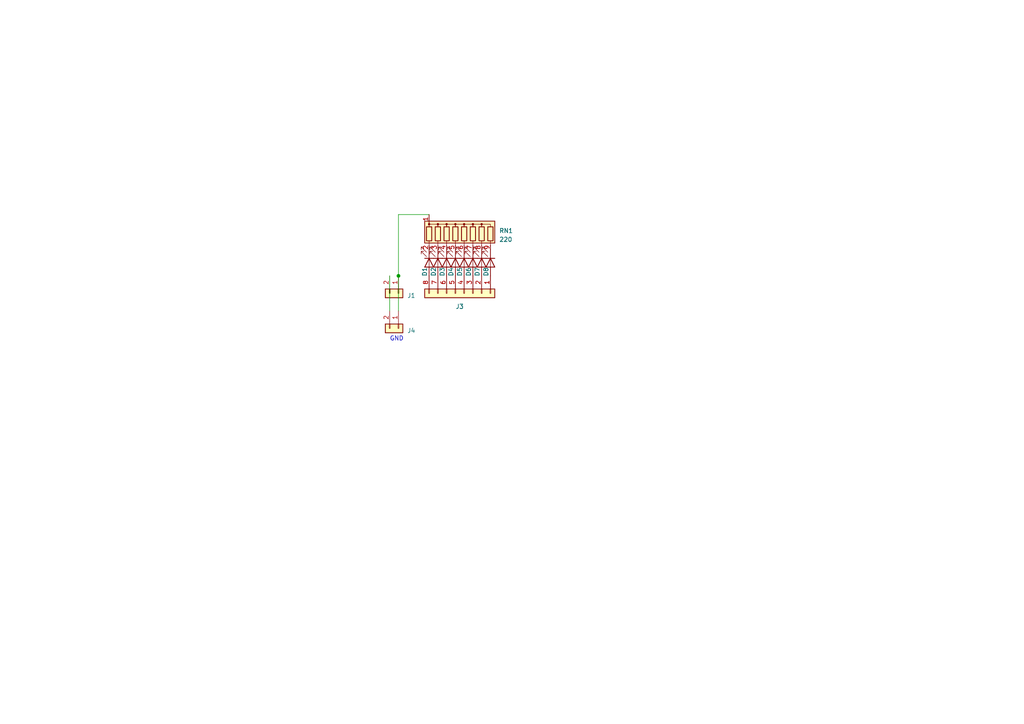
<source format=kicad_sch>
(kicad_sch (version 20230121) (generator eeschema)
  (paper "A4")
  (lib_symbols
    (symbol "Connector_Generic:Conn_01x02" (pin_names (offset 1.016) hide)
      (property "Reference" "J" (at 0 2.54 0))
      (property "Value" "Conn_01x02" (at 0 -5.08 0))
      (symbol "Conn_01x02_1_1"
        (rectangle (start -1.27 -2.413) (end 0 -2.667) (stroke (width 0.1524)))
        (rectangle (start -1.27 0.127) (end 0 -0.127) (stroke (width 0.1524)))
        (rectangle (start -1.27 1.27) (end 1.27 -3.81) (stroke (width 0.254)) (fill (type background)))
        (pin passive line (at -5.08 0 0) (length 3.81) (name "Pin_1") (number "1"))
        (pin passive line (at -5.08 -2.54 0) (length 3.81) (name "Pin_2") (number "2"))
      )
    )
    (symbol "Connector_Generic:Conn_01x08" (pin_names (offset 1.016) hide)
      (property "Reference" "J" (at 0 10.16 0))
      (property "Value" "Conn_01x08" (at 0 -12.7 0))
      (symbol "Conn_01x08_1_1"
        (rectangle (start -1.27 -10.033) (end 0 -10.287) (stroke (width 0.1524)))
        (rectangle (start -1.27 -7.493) (end 0 -7.747) (stroke (width 0.1524)))
        (rectangle (start -1.27 -4.953) (end 0 -5.207) (stroke (width 0.1524)))
        (rectangle (start -1.27 -2.413) (end 0 -2.667) (stroke (width 0.1524)))
        (rectangle (start -1.27 0.127) (end 0 -0.127) (stroke (width 0.1524)))
        (rectangle (start -1.27 2.667) (end 0 2.413) (stroke (width 0.1524)))
        (rectangle (start -1.27 5.207) (end 0 4.953) (stroke (width 0.1524)))
        (rectangle (start -1.27 7.747) (end 0 7.493) (stroke (width 0.1524)))
        (rectangle (start -1.27 8.89) (end 1.27 -11.43) (stroke (width 0.254)) (fill (type background)))
        (pin passive line (at -5.08 7.62 0) (length 3.81) (name "Pin_1") (number "1"))
        (pin passive line (at -5.08 5.08 0) (length 3.81) (name "Pin_2") (number "2"))
        (pin passive line (at -5.08 2.54 0) (length 3.81) (name "Pin_3") (number "3"))
        (pin passive line (at -5.08 0 0) (length 3.81) (name "Pin_4") (number "4"))
        (pin passive line (at -5.08 -2.54 0) (length 3.81) (name "Pin_5") (number "5"))
        (pin passive line (at -5.08 -5.08 0) (length 3.81) (name "Pin_6") (number "6"))
        (pin passive line (at -5.08 -7.62 0) (length 3.81) (name "Pin_7") (number "7"))
        (pin passive line (at -5.08 -10.16 0) (length 3.81) (name "Pin_8") (number "8"))
      )
    )
    (symbol "Device:LED" (pin_numbers hide) (pin_names (offset 1.016) hide)
      (property "Reference" "D" (at 0 2.54 0))
      (property "Value" "LED" (at 0 -2.54 0))
      (symbol "LED_0_1"
        (polyline (pts (xy -1.27 -1.27) (xy -1.27 1.27)) (stroke (width 0.254)))
        (polyline (pts (xy -1.27 0) (xy 1.27 0)))
        (polyline (pts (xy 1.27 -1.27) (xy 1.27 1.27) (xy -1.27 0) (xy 1.27 -1.27)) (stroke (width 0.254)))
        (polyline (pts (xy -3.048 -0.762) (xy -4.572 -2.286) (xy -3.81 -2.286) (xy -4.572 -2.286) (xy -4.572 -1.524)))
        (polyline (pts (xy -1.778 -0.762) (xy -3.302 -2.286) (xy -2.54 -2.286) (xy -3.302 -2.286) (xy -3.302 -1.524)))
      )
      (symbol "LED_1_1"
        (pin passive line (at -3.81 0 0) (length 2.54) (name "K") (number "1"))
        (pin passive line (at 3.81 0 180) (length 2.54) (name "A") (number "2"))
      )
    )
    (symbol "Device:R_Network08" (pin_names (offset 0) hide)
      (property "Reference" "RN" (at -12.7 0 90))
      (property "Value" "R_Network08" (at 10.16 0 90))
      (symbol "R_Network08_0_1"
        (rectangle (start -11.43 -3.175) (end 8.89 3.175) (stroke (width 0.254)) (fill (type background)))
        (rectangle (start -10.922 1.524) (end -9.398 -2.54) (stroke (width 0.254)))
        (circle (center -10.16 2.286) (radius 0.254) (fill (type outline)))
        (rectangle (start -8.382 1.524) (end -6.858 -2.54) (stroke (width 0.254)))
        (circle (center -7.62 2.286) (radius 0.254) (fill (type outline)))
        (rectangle (start -5.842 1.524) (end -4.318 -2.54) (stroke (width 0.254)))
        (circle (center -5.08 2.286) (radius 0.254) (fill (type outline)))
        (rectangle (start -3.302 1.524) (end -1.778 -2.54) (stroke (width 0.254)))
        (circle (center -2.54 2.286) (radius 0.254) (fill (type outline)))
        (rectangle (start -0.762 1.524) (end 0.762 -2.54) (stroke (width 0.254)))
        (polyline (pts (xy -10.16 -2.54) (xy -10.16 -3.81)))
        (polyline (pts (xy -7.62 -2.54) (xy -7.62 -3.81)))
        (polyline (pts (xy -5.08 -2.54) (xy -5.08 -3.81)))
        (polyline (pts (xy -2.54 -2.54) (xy -2.54 -3.81)))
        (polyline (pts (xy 0 -2.54) (xy 0 -3.81)))
        (polyline (pts (xy 2.54 -2.54) (xy 2.54 -3.81)))
        (polyline (pts (xy 5.08 -2.54) (xy 5.08 -3.81)))
        (polyline (pts (xy 7.62 -2.54) (xy 7.62 -3.81)))
        (polyline (pts (xy -10.16 1.524) (xy -10.16 2.286) (xy -7.62 2.286) (xy -7.62 1.524)))
        (polyline (pts (xy -7.62 1.524) (xy -7.62 2.286) (xy -5.08 2.286) (xy -5.08 1.524)))
        (polyline (pts (xy -5.08 1.524) (xy -5.08 2.286) (xy -2.54 2.286) (xy -2.54 1.524)))
        (polyline (pts (xy -2.54 1.524) (xy -2.54 2.286) (xy 0 2.286) (xy 0 1.524)))
        (polyline (pts (xy 0 1.524) (xy 0 2.286) (xy 2.54 2.286) (xy 2.54 1.524)))
        (polyline (pts (xy 2.54 1.524) (xy 2.54 2.286) (xy 5.08 2.286) (xy 5.08 1.524)))
        (polyline (pts (xy 5.08 1.524) (xy 5.08 2.286) (xy 7.62 2.286) (xy 7.62 1.524)))
        (circle (center 0 2.286) (radius 0.254) (fill (type outline)))
        (rectangle (start 1.778 1.524) (end 3.302 -2.54) (stroke (width 0.254)))
        (circle (center 2.54 2.286) (radius 0.254) (fill (type outline)))
        (rectangle (start 4.318 1.524) (end 5.842 -2.54) (stroke (width 0.254)))
        (circle (center 5.08 2.286) (radius 0.254) (fill (type outline)))
        (rectangle (start 6.858 1.524) (end 8.382 -2.54) (stroke (width 0.254)))
      )
      (symbol "R_Network08_1_1"
        (pin passive line (at -10.16 5.08 270) (length 2.54) (name "common") (number "1"))
        (pin passive line (at -10.16 -5.08 90) (length 1.27) (name "R1") (number "2"))
        (pin passive line (at -7.62 -5.08 90) (length 1.27) (name "R2") (number "3"))
        (pin passive line (at -5.08 -5.08 90) (length 1.27) (name "R3") (number "4"))
        (pin passive line (at -2.54 -5.08 90) (length 1.27) (name "R4") (number "5"))
        (pin passive line (at 0 -5.08 90) (length 1.27) (name "R5") (number "6"))
        (pin passive line (at 2.54 -5.08 90) (length 1.27) (name "R6") (number "7"))
        (pin passive line (at 5.08 -5.08 90) (length 1.27) (name "R7") (number "8"))
        (pin passive line (at 7.62 -5.08 90) (length 1.27) (name "R8") (number "9"))
      )
    )
  )
  (junction (at 115.57 80.01))
  (wire (pts (xy 115.57 80.01) (xy 115.57 90.17)))
  (wire (pts (xy 115.57 62.23) (xy 115.57 80.01)))
  (wire (pts (xy 115.57 62.23) (xy 124.46 62.23)))
  (wire (pts (xy 113.03 80.01) (xy 113.03 90.17)))
  (text "GND\n" (at 113.03 99.06 0) (effects (font (size 1.27 1.27)) (justify left bottom)))
  (symbol (lib_id "Connector_Generic:Conn_01x02") (at 115.57 85.09 270) (unit 1)
    (property "Reference" "J1" (at 118.11 85.725 90) (effects (justify left)))
    (property "Value" "Conn_01x02" (effects hide))
    (property "Footprint" "Connector_PinHeader_2.54mm:PinHeader_1x02_P2.54mm_Vertical" (effects hide))
  )
  (symbol (lib_id "Device:LED") (at 129.54 76.2 270) (unit 1)
    (property "Reference" "D3" (at 128.27 77.47 0) (effects (justify left)))
    (property "Value" "LED" (effects hide))
    (property "Footprint" "LED_THT:LED_D5.0mm-3" (effects hide))
  )
  (symbol (lib_id "Device:LED") (at 137.16 76.2 270) (unit 1)
    (property "Reference" "D6" (at 135.89 77.47 0) (effects (justify left)))
    (property "Value" "LED" (effects hide))
    (property "Footprint" "LED_THT:LED_D5.0mm-3" (effects hide))
  )
  (symbol (lib_id "Device:LED") (at 139.7 76.2 270) (unit 1)
    (property "Reference" "D7" (at 138.43 77.47 0) (effects (justify left)))
    (property "Value" "LED" (effects hide))
    (property "Footprint" "LED_THT:LED_D5.0mm-3" (effects hide))
  )
  (symbol (lib_id "Connector_Generic:Conn_01x08") (at 134.62 85.09 270) (unit 1)
    (property "Reference" "J3" (at 133.35 88.9 90))
    (property "Value" "Conn_01x08" (effects hide))
    (property "Footprint" "Connector_PinHeader_2.54mm:PinHeader_1x08_P2.54mm_Vertical" (effects hide))
  )
  (symbol (lib_id "Device:LED") (at 124.46 76.2 270) (unit 1)
    (property "Reference" "D1" (at 123.19 77.47 0) (effects (justify left)))
    (property "Value" "LED" (effects hide))
    (property "Footprint" "LED_THT:LED_D5.0mm-3" (effects hide))
  )
  (symbol (lib_id "Device:LED") (at 127 76.2 270) (unit 1)
    (property "Reference" "D2" (at 125.73 77.47 0) (effects (justify left)))
    (property "Value" "LED" (effects hide))
    (property "Footprint" "LED_THT:LED_D5.0mm-3" (effects hide))
  )
  (symbol (lib_id "Device:LED") (at 142.24 76.2 270) (unit 1)
    (property "Reference" "D8" (at 140.97 77.47 0) (effects (justify left)))
    (property "Value" "LED" (effects hide))
    (property "Footprint" "LED_THT:LED_D5.0mm-3" (effects hide))
  )
  (symbol (lib_id "Device:R_Network08") (at 134.62 67.31 0) (unit 1)
    (property "Reference" "RN1" (at 144.78 66.929 0) (effects (justify left)))
    (property "Value" "220" (at 144.78 69.469 0) (effects (justify left)))
    (property "Footprint" "Resistor_THT:R_Array_SIP9" (effects hide))
    (property "Datasheet" "http://www.vishay.com/docs/31509/csc.pdf" (effects hide))
  )
  (symbol (lib_id "Device:LED") (at 134.62 76.2 270) (unit 1)
    (property "Reference" "D5" (at 133.35 77.47 0) (effects (justify left)))
    (property "Value" "LED" (effects hide))
    (property "Footprint" "LED_THT:LED_D5.0mm-3" (effects hide))
  )
  (symbol (lib_id "Connector_Generic:Conn_01x02") (at 115.57 95.25 270) (unit 1)
    (property "Reference" "J4" (at 118.11 95.885 90) (effects (justify left)))
    (property "Value" "Conn_01x02" (effects hide))
    (property "Footprint" "Connector_PinHeader_2.54mm:PinHeader_1x02_P2.54mm_Vertical" (effects hide))
  )
  (symbol (lib_id "Device:LED") (at 132.08 76.2 270) (unit 1)
    (property "Reference" "D4" (at 130.81 77.47 0) (effects (justify left)))
    (property "Value" "LED" (effects hide))
    (property "Footprint" "LED_THT:LED_D5.0mm-3" (effects hide))
  )
)
</source>
